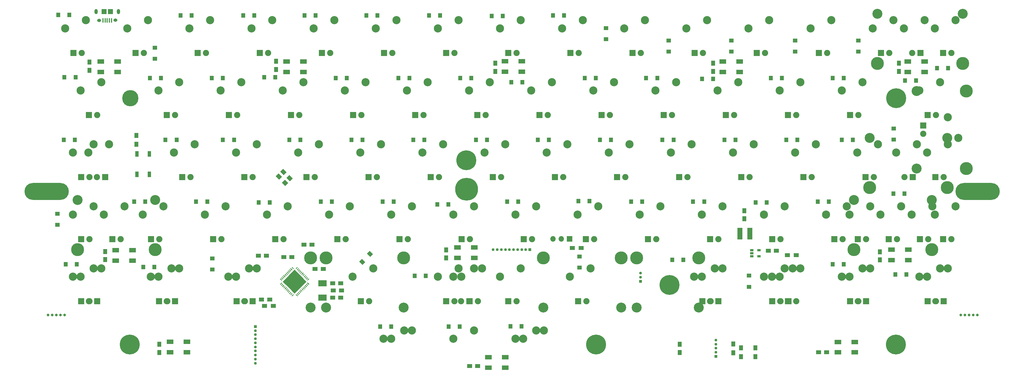
<source format=gbs>
G04 #@! TF.FileFunction,Soldermask,Bot*
%FSLAX46Y46*%
G04 Gerber Fmt 4.6, Leading zero omitted, Abs format (unit mm)*
G04 Created by KiCad (PCBNEW 4.0.7+dfsg1-1) date Sat Oct 21 15:09:21 2017*
%MOMM*%
%LPD*%
G01*
G04 APERTURE LIST*
%ADD10C,0.100000*%
%ADD11R,0.850000X0.850000*%
%ADD12C,0.850000*%
%ADD13C,3.048000*%
%ADD14C,3.980200*%
%ADD15C,2.500000*%
%ADD16R,1.900000X1.900000*%
%ADD17C,1.900000*%
%ADD18R,1.500000X1.250000*%
%ADD19R,1.250000X1.500000*%
%ADD20R,1.200000X1.400000*%
%ADD21R,1.400000X1.200000*%
%ADD22R,1.500000X3.600000*%
%ADD23O,13.600000X5.200000*%
%ADD24C,5.000000*%
%ADD25C,6.100000*%
%ADD26C,7.000000*%
%ADD27R,1.300000X1.500000*%
%ADD28R,1.500000X1.300000*%
%ADD29R,2.051000X1.400000*%
%ADD30R,1.000000X1.700000*%
%ADD31R,1.060000X0.650000*%
%ADD32R,1.700000X1.700000*%
%ADD33O,1.700000X1.700000*%
%ADD34C,0.800000*%
%ADD35R,2.500000X1.900000*%
%ADD36R,1.500000X1.500000*%
%ADD37O,1.000000X1.550000*%
%ADD38O,1.250000X0.950000*%
%ADD39R,0.400000X1.350000*%
G04 APERTURE END LIST*
D10*
D11*
X245613750Y-124056250D03*
D12*
X245613750Y-122806250D03*
X245613750Y-121556250D03*
D10*
G36*
X140300495Y-119648444D02*
X140477272Y-119825221D01*
X139982297Y-120320196D01*
X139805520Y-120143419D01*
X140300495Y-119648444D01*
X140300495Y-119648444D01*
G37*
G36*
X140654048Y-120001997D02*
X140830825Y-120178774D01*
X140335850Y-120673749D01*
X140159073Y-120496972D01*
X140654048Y-120001997D01*
X140654048Y-120001997D01*
G37*
G36*
X141007602Y-120355551D02*
X141184379Y-120532328D01*
X140689404Y-121027303D01*
X140512627Y-120850526D01*
X141007602Y-120355551D01*
X141007602Y-120355551D01*
G37*
G36*
X141361155Y-120709104D02*
X141537932Y-120885881D01*
X141042957Y-121380856D01*
X140866180Y-121204079D01*
X141361155Y-120709104D01*
X141361155Y-120709104D01*
G37*
G36*
X141714709Y-121062658D02*
X141891486Y-121239435D01*
X141396511Y-121734410D01*
X141219734Y-121557633D01*
X141714709Y-121062658D01*
X141714709Y-121062658D01*
G37*
G36*
X142068262Y-121416211D02*
X142245039Y-121592988D01*
X141750064Y-122087963D01*
X141573287Y-121911186D01*
X142068262Y-121416211D01*
X142068262Y-121416211D01*
G37*
G36*
X142421815Y-121769764D02*
X142598592Y-121946541D01*
X142103617Y-122441516D01*
X141926840Y-122264739D01*
X142421815Y-121769764D01*
X142421815Y-121769764D01*
G37*
G36*
X142775369Y-122123318D02*
X142952146Y-122300095D01*
X142457171Y-122795070D01*
X142280394Y-122618293D01*
X142775369Y-122123318D01*
X142775369Y-122123318D01*
G37*
G36*
X143128922Y-122476871D02*
X143305699Y-122653648D01*
X142810724Y-123148623D01*
X142633947Y-122971846D01*
X143128922Y-122476871D01*
X143128922Y-122476871D01*
G37*
G36*
X143482476Y-122830425D02*
X143659253Y-123007202D01*
X143164278Y-123502177D01*
X142987501Y-123325400D01*
X143482476Y-122830425D01*
X143482476Y-122830425D01*
G37*
G36*
X143836029Y-123183978D02*
X144012806Y-123360755D01*
X143517831Y-123855730D01*
X143341054Y-123678953D01*
X143836029Y-123183978D01*
X143836029Y-123183978D01*
G37*
G36*
X144012806Y-124951745D02*
X143836029Y-125128522D01*
X143341054Y-124633547D01*
X143517831Y-124456770D01*
X144012806Y-124951745D01*
X144012806Y-124951745D01*
G37*
G36*
X143659253Y-125305298D02*
X143482476Y-125482075D01*
X142987501Y-124987100D01*
X143164278Y-124810323D01*
X143659253Y-125305298D01*
X143659253Y-125305298D01*
G37*
G36*
X143305699Y-125658852D02*
X143128922Y-125835629D01*
X142633947Y-125340654D01*
X142810724Y-125163877D01*
X143305699Y-125658852D01*
X143305699Y-125658852D01*
G37*
G36*
X142952146Y-126012405D02*
X142775369Y-126189182D01*
X142280394Y-125694207D01*
X142457171Y-125517430D01*
X142952146Y-126012405D01*
X142952146Y-126012405D01*
G37*
G36*
X142598592Y-126365959D02*
X142421815Y-126542736D01*
X141926840Y-126047761D01*
X142103617Y-125870984D01*
X142598592Y-126365959D01*
X142598592Y-126365959D01*
G37*
G36*
X142245039Y-126719512D02*
X142068262Y-126896289D01*
X141573287Y-126401314D01*
X141750064Y-126224537D01*
X142245039Y-126719512D01*
X142245039Y-126719512D01*
G37*
G36*
X141891486Y-127073065D02*
X141714709Y-127249842D01*
X141219734Y-126754867D01*
X141396511Y-126578090D01*
X141891486Y-127073065D01*
X141891486Y-127073065D01*
G37*
G36*
X141537932Y-127426619D02*
X141361155Y-127603396D01*
X140866180Y-127108421D01*
X141042957Y-126931644D01*
X141537932Y-127426619D01*
X141537932Y-127426619D01*
G37*
G36*
X141184379Y-127780172D02*
X141007602Y-127956949D01*
X140512627Y-127461974D01*
X140689404Y-127285197D01*
X141184379Y-127780172D01*
X141184379Y-127780172D01*
G37*
G36*
X140830825Y-128133726D02*
X140654048Y-128310503D01*
X140159073Y-127815528D01*
X140335850Y-127638751D01*
X140830825Y-128133726D01*
X140830825Y-128133726D01*
G37*
G36*
X140477272Y-128487279D02*
X140300495Y-128664056D01*
X139805520Y-128169081D01*
X139982297Y-127992304D01*
X140477272Y-128487279D01*
X140477272Y-128487279D01*
G37*
G36*
X139027703Y-127992304D02*
X139204480Y-128169081D01*
X138709505Y-128664056D01*
X138532728Y-128487279D01*
X139027703Y-127992304D01*
X139027703Y-127992304D01*
G37*
G36*
X138674150Y-127638751D02*
X138850927Y-127815528D01*
X138355952Y-128310503D01*
X138179175Y-128133726D01*
X138674150Y-127638751D01*
X138674150Y-127638751D01*
G37*
G36*
X138320596Y-127285197D02*
X138497373Y-127461974D01*
X138002398Y-127956949D01*
X137825621Y-127780172D01*
X138320596Y-127285197D01*
X138320596Y-127285197D01*
G37*
G36*
X137967043Y-126931644D02*
X138143820Y-127108421D01*
X137648845Y-127603396D01*
X137472068Y-127426619D01*
X137967043Y-126931644D01*
X137967043Y-126931644D01*
G37*
G36*
X137613489Y-126578090D02*
X137790266Y-126754867D01*
X137295291Y-127249842D01*
X137118514Y-127073065D01*
X137613489Y-126578090D01*
X137613489Y-126578090D01*
G37*
G36*
X137259936Y-126224537D02*
X137436713Y-126401314D01*
X136941738Y-126896289D01*
X136764961Y-126719512D01*
X137259936Y-126224537D01*
X137259936Y-126224537D01*
G37*
G36*
X136906383Y-125870984D02*
X137083160Y-126047761D01*
X136588185Y-126542736D01*
X136411408Y-126365959D01*
X136906383Y-125870984D01*
X136906383Y-125870984D01*
G37*
G36*
X136552829Y-125517430D02*
X136729606Y-125694207D01*
X136234631Y-126189182D01*
X136057854Y-126012405D01*
X136552829Y-125517430D01*
X136552829Y-125517430D01*
G37*
G36*
X136199276Y-125163877D02*
X136376053Y-125340654D01*
X135881078Y-125835629D01*
X135704301Y-125658852D01*
X136199276Y-125163877D01*
X136199276Y-125163877D01*
G37*
G36*
X135845722Y-124810323D02*
X136022499Y-124987100D01*
X135527524Y-125482075D01*
X135350747Y-125305298D01*
X135845722Y-124810323D01*
X135845722Y-124810323D01*
G37*
G36*
X135492169Y-124456770D02*
X135668946Y-124633547D01*
X135173971Y-125128522D01*
X134997194Y-124951745D01*
X135492169Y-124456770D01*
X135492169Y-124456770D01*
G37*
G36*
X135668946Y-123678953D02*
X135492169Y-123855730D01*
X134997194Y-123360755D01*
X135173971Y-123183978D01*
X135668946Y-123678953D01*
X135668946Y-123678953D01*
G37*
G36*
X136022499Y-123325400D02*
X135845722Y-123502177D01*
X135350747Y-123007202D01*
X135527524Y-122830425D01*
X136022499Y-123325400D01*
X136022499Y-123325400D01*
G37*
G36*
X136376053Y-122971846D02*
X136199276Y-123148623D01*
X135704301Y-122653648D01*
X135881078Y-122476871D01*
X136376053Y-122971846D01*
X136376053Y-122971846D01*
G37*
G36*
X136729606Y-122618293D02*
X136552829Y-122795070D01*
X136057854Y-122300095D01*
X136234631Y-122123318D01*
X136729606Y-122618293D01*
X136729606Y-122618293D01*
G37*
G36*
X137083160Y-122264739D02*
X136906383Y-122441516D01*
X136411408Y-121946541D01*
X136588185Y-121769764D01*
X137083160Y-122264739D01*
X137083160Y-122264739D01*
G37*
G36*
X137436713Y-121911186D02*
X137259936Y-122087963D01*
X136764961Y-121592988D01*
X136941738Y-121416211D01*
X137436713Y-121911186D01*
X137436713Y-121911186D01*
G37*
G36*
X137790266Y-121557633D02*
X137613489Y-121734410D01*
X137118514Y-121239435D01*
X137295291Y-121062658D01*
X137790266Y-121557633D01*
X137790266Y-121557633D01*
G37*
G36*
X138143820Y-121204079D02*
X137967043Y-121380856D01*
X137472068Y-120885881D01*
X137648845Y-120709104D01*
X138143820Y-121204079D01*
X138143820Y-121204079D01*
G37*
G36*
X138497373Y-120850526D02*
X138320596Y-121027303D01*
X137825621Y-120532328D01*
X138002398Y-120355551D01*
X138497373Y-120850526D01*
X138497373Y-120850526D01*
G37*
G36*
X138850927Y-120496972D02*
X138674150Y-120673749D01*
X138179175Y-120178774D01*
X138355952Y-120001997D01*
X138850927Y-120496972D01*
X138850927Y-120496972D01*
G37*
G36*
X139204480Y-120143419D02*
X139027703Y-120320196D01*
X138532728Y-119825221D01*
X138709505Y-119648444D01*
X139204480Y-120143419D01*
X139204480Y-120143419D01*
G37*
G36*
X139505000Y-125977050D02*
X140415400Y-126887450D01*
X139505000Y-127797850D01*
X138594600Y-126887450D01*
X139505000Y-125977050D01*
X139505000Y-125977050D01*
G37*
G36*
X138594600Y-125066650D02*
X139505000Y-125977050D01*
X138594600Y-126887450D01*
X137684200Y-125977050D01*
X138594600Y-125066650D01*
X138594600Y-125066650D01*
G37*
G36*
X137684200Y-124156250D02*
X138594600Y-125066650D01*
X137684200Y-125977050D01*
X136773800Y-125066650D01*
X137684200Y-124156250D01*
X137684200Y-124156250D01*
G37*
G36*
X136773800Y-123245850D02*
X137684200Y-124156250D01*
X136773800Y-125066650D01*
X135863400Y-124156250D01*
X136773800Y-123245850D01*
X136773800Y-123245850D01*
G37*
G36*
X140415400Y-125066650D02*
X141325800Y-125977050D01*
X140415400Y-126887450D01*
X139505000Y-125977050D01*
X140415400Y-125066650D01*
X140415400Y-125066650D01*
G37*
G36*
X139505000Y-124156250D02*
X140415400Y-125066650D01*
X139505000Y-125977050D01*
X138594600Y-125066650D01*
X139505000Y-124156250D01*
X139505000Y-124156250D01*
G37*
G36*
X138594600Y-123245850D02*
X139505000Y-124156250D01*
X138594600Y-125066650D01*
X137684200Y-124156250D01*
X138594600Y-123245850D01*
X138594600Y-123245850D01*
G37*
G36*
X137684200Y-122335450D02*
X138594600Y-123245850D01*
X137684200Y-124156250D01*
X136773800Y-123245850D01*
X137684200Y-122335450D01*
X137684200Y-122335450D01*
G37*
G36*
X141325800Y-124156250D02*
X142236200Y-125066650D01*
X141325800Y-125977050D01*
X140415400Y-125066650D01*
X141325800Y-124156250D01*
X141325800Y-124156250D01*
G37*
G36*
X140415400Y-123245850D02*
X141325800Y-124156250D01*
X140415400Y-125066650D01*
X139505000Y-124156250D01*
X140415400Y-123245850D01*
X140415400Y-123245850D01*
G37*
G36*
X139505000Y-122335450D02*
X140415400Y-123245850D01*
X139505000Y-124156250D01*
X138594600Y-123245850D01*
X139505000Y-122335450D01*
X139505000Y-122335450D01*
G37*
G36*
X138594600Y-121425050D02*
X139505000Y-122335450D01*
X138594600Y-123245850D01*
X137684200Y-122335450D01*
X138594600Y-121425050D01*
X138594600Y-121425050D01*
G37*
G36*
X142236200Y-123245850D02*
X143146600Y-124156250D01*
X142236200Y-125066650D01*
X141325800Y-124156250D01*
X142236200Y-123245850D01*
X142236200Y-123245850D01*
G37*
G36*
X141325800Y-122335450D02*
X142236200Y-123245850D01*
X141325800Y-124156250D01*
X140415400Y-123245850D01*
X141325800Y-122335450D01*
X141325800Y-122335450D01*
G37*
G36*
X140415400Y-121425050D02*
X141325800Y-122335450D01*
X140415400Y-123245850D01*
X139505000Y-122335450D01*
X140415400Y-121425050D01*
X140415400Y-121425050D01*
G37*
G36*
X139505000Y-120514650D02*
X140415400Y-121425050D01*
X139505000Y-122335450D01*
X138594600Y-121425050D01*
X139505000Y-120514650D01*
X139505000Y-120514650D01*
G37*
D13*
X144367500Y-132166250D03*
D14*
X144367500Y-116926250D03*
D15*
X71527500Y-122641250D03*
X77877500Y-120101250D03*
D16*
X71686250Y-53981250D03*
D17*
X74226250Y-53981250D03*
D16*
X76448750Y-73031250D03*
D17*
X78988750Y-73031250D03*
D16*
X74067500Y-92081250D03*
D17*
X76607500Y-92081250D03*
D16*
X81370000Y-92081250D03*
D17*
X78830000Y-92081250D03*
D16*
X74067500Y-111131250D03*
D17*
X76607500Y-111131250D03*
D16*
X95498750Y-111131250D03*
D17*
X98038750Y-111131250D03*
D16*
X74067500Y-130181250D03*
D17*
X76607500Y-130181250D03*
D16*
X78988750Y-130181250D03*
D17*
X76448750Y-130181250D03*
D16*
X90736250Y-53981250D03*
D17*
X93276250Y-53981250D03*
D16*
X100261250Y-73031250D03*
D17*
X102801250Y-73031250D03*
D16*
X105023750Y-92081250D03*
D17*
X107563750Y-92081250D03*
D16*
X83592500Y-111131250D03*
D17*
X86132500Y-111131250D03*
D16*
X97880000Y-130181250D03*
D17*
X100420000Y-130181250D03*
D16*
X102801250Y-130181250D03*
D17*
X100261250Y-130181250D03*
D16*
X109786250Y-53981250D03*
D17*
X112326250Y-53981250D03*
D16*
X119311250Y-73031250D03*
D17*
X121851250Y-73031250D03*
D16*
X124073750Y-92081250D03*
D17*
X126613750Y-92081250D03*
D16*
X114548750Y-111131250D03*
D17*
X117088750Y-111131250D03*
D16*
X121692500Y-130181250D03*
D17*
X124232500Y-130181250D03*
D16*
X126613750Y-130181250D03*
D17*
X124073750Y-130181250D03*
D16*
X128836250Y-53981250D03*
D17*
X131376250Y-53981250D03*
D16*
X138361250Y-73031250D03*
D17*
X140901250Y-73031250D03*
D16*
X143123750Y-92081250D03*
D17*
X145663750Y-92081250D03*
D16*
X133598750Y-111131250D03*
D17*
X136138750Y-111131250D03*
D16*
X147886250Y-53981250D03*
D17*
X150426250Y-53981250D03*
D16*
X157411250Y-73031250D03*
D17*
X159951250Y-73031250D03*
D16*
X162173750Y-92081250D03*
D17*
X164713750Y-92081250D03*
D16*
X152648750Y-111131250D03*
D17*
X155188750Y-111131250D03*
D16*
X166936250Y-53981250D03*
D17*
X169476250Y-53981250D03*
D16*
X176461250Y-73031250D03*
D17*
X179001250Y-73031250D03*
D16*
X181223750Y-92081250D03*
D17*
X183763750Y-92081250D03*
D16*
X171698750Y-111131250D03*
D17*
X174238750Y-111131250D03*
D16*
X185986250Y-53981250D03*
D17*
X188526250Y-53981250D03*
D16*
X195511250Y-73031250D03*
D17*
X198051250Y-73031250D03*
D16*
X200273750Y-92081250D03*
D17*
X202813750Y-92081250D03*
D16*
X190748750Y-111131250D03*
D17*
X193288750Y-111131250D03*
D16*
X205036250Y-130181250D03*
D17*
X207576250Y-130181250D03*
D16*
X193130000Y-130181250D03*
D17*
X195670000Y-130181250D03*
D16*
X185986250Y-130181250D03*
D17*
X188526250Y-130181250D03*
D16*
X205036250Y-53981250D03*
D17*
X207576250Y-53981250D03*
D16*
X214561250Y-73031250D03*
D17*
X217101250Y-73031250D03*
D16*
X219323750Y-92081250D03*
D17*
X221863750Y-92081250D03*
D16*
X209798750Y-111131250D03*
D17*
X212338750Y-111131250D03*
D16*
X224086250Y-53981250D03*
D17*
X226626250Y-53981250D03*
D16*
X233611250Y-73031250D03*
D17*
X236151250Y-73031250D03*
D16*
X238373750Y-92081250D03*
D17*
X240913750Y-92081250D03*
D16*
X228848750Y-111131250D03*
D17*
X231388750Y-111131250D03*
D16*
X243136250Y-53981250D03*
D17*
X245676250Y-53981250D03*
D16*
X252661250Y-73031250D03*
D17*
X255201250Y-73031250D03*
D16*
X257423750Y-92081250D03*
D17*
X259963750Y-92081250D03*
D16*
X247898750Y-111131250D03*
D17*
X250438750Y-111131250D03*
D16*
X338386250Y-53981250D03*
D17*
X340926250Y-53981250D03*
D16*
X262186250Y-53981250D03*
D17*
X264726250Y-53981250D03*
D16*
X271711250Y-73031250D03*
D17*
X274251250Y-73031250D03*
D16*
X276473750Y-92081250D03*
D17*
X279013750Y-92081250D03*
D16*
X266948750Y-111131250D03*
D17*
X269488750Y-111131250D03*
D16*
X264567500Y-130181250D03*
D17*
X267107500Y-130181250D03*
D16*
X269488750Y-130181250D03*
D17*
X266948750Y-130181250D03*
D16*
X281236250Y-53981250D03*
D17*
X283776250Y-53981250D03*
D16*
X290761250Y-73031250D03*
D17*
X293301250Y-73031250D03*
D16*
X295523750Y-92081250D03*
D17*
X298063750Y-92081250D03*
D16*
X285998750Y-111131250D03*
D17*
X288538750Y-111131250D03*
D16*
X285998750Y-130181250D03*
D17*
X288538750Y-130181250D03*
D16*
X290920000Y-130181250D03*
D17*
X288380000Y-130181250D03*
D16*
X290761250Y-130181250D03*
D17*
X293301250Y-130181250D03*
D16*
X300286250Y-53981250D03*
D17*
X302826250Y-53981250D03*
D16*
X309811250Y-73031250D03*
D17*
X312351250Y-73031250D03*
D16*
X314573750Y-92081250D03*
D17*
X317113750Y-92081250D03*
D16*
X305048750Y-111131250D03*
D17*
X307588750Y-111131250D03*
D16*
X312192500Y-111131250D03*
D17*
X314732500Y-111131250D03*
D16*
X321717500Y-111131250D03*
D17*
X324257500Y-111131250D03*
D16*
X309811250Y-130181250D03*
D17*
X312351250Y-130181250D03*
D16*
X314732500Y-130181250D03*
D17*
X312192500Y-130181250D03*
D16*
X319336250Y-53981250D03*
D17*
X321876250Y-53981250D03*
D16*
X331401250Y-53981250D03*
D17*
X328861250Y-53981250D03*
D16*
X333623750Y-73031250D03*
D17*
X336163750Y-73031250D03*
D16*
X329020000Y-92081250D03*
D17*
X326480000Y-92081250D03*
D16*
X336005000Y-92081250D03*
D17*
X338545000Y-92081250D03*
D16*
X332248750Y-76286250D03*
D17*
X332248750Y-78826250D03*
D16*
X331242500Y-111131250D03*
D17*
X333782500Y-111131250D03*
D16*
X338386250Y-111131250D03*
D17*
X340926250Y-111131250D03*
D16*
X333623750Y-130181250D03*
D17*
X336163750Y-130181250D03*
D16*
X338545000Y-130181250D03*
D17*
X336005000Y-130181250D03*
D18*
X151163750Y-124656250D03*
X153663750Y-124656250D03*
X151163750Y-129056250D03*
X153663750Y-129056250D03*
X138663750Y-116656250D03*
X136163750Y-116656250D03*
X131855000Y-129656250D03*
X129355000Y-129656250D03*
X153863750Y-126856250D03*
X151363750Y-126856250D03*
X145763750Y-120256250D03*
X148263750Y-120256250D03*
X130863750Y-116256250D03*
X128363750Y-116256250D03*
X142363750Y-112856250D03*
X144863750Y-112856250D03*
D19*
X257605000Y-143406250D03*
X257605000Y-145906250D03*
D18*
X287263750Y-114656250D03*
X284763750Y-114656250D03*
D19*
X277413750Y-102406250D03*
X277413750Y-104906250D03*
X186005000Y-116906250D03*
X186005000Y-114406250D03*
X81445000Y-117431250D03*
X81445000Y-114931250D03*
X76605000Y-59306250D03*
X76605000Y-56806250D03*
X133845000Y-59031250D03*
X133845000Y-56531250D03*
X201045000Y-59631250D03*
X201045000Y-57131250D03*
X267845000Y-59631250D03*
X267845000Y-57131250D03*
X324845000Y-59631250D03*
X324845000Y-57131250D03*
X319005000Y-117506250D03*
X319005000Y-115006250D03*
D18*
X302655000Y-145856250D03*
X300155000Y-145856250D03*
X195655000Y-150056250D03*
X193155000Y-150056250D03*
D19*
X98030000Y-145931250D03*
X98030000Y-143431250D03*
D20*
X66993750Y-42337500D03*
X70393750Y-42337500D03*
X68913750Y-61456250D03*
X72313750Y-61456250D03*
X68705000Y-80656250D03*
X72105000Y-80656250D03*
D21*
X66805000Y-106756250D03*
X66805000Y-103356250D03*
D20*
X72705000Y-118856250D03*
X69305000Y-118856250D03*
X180705000Y-42456250D03*
X184105000Y-42456250D03*
D21*
X96613750Y-55756250D03*
X96613750Y-52356250D03*
D20*
X95105000Y-61656250D03*
X98505000Y-61656250D03*
X99905000Y-80656250D03*
X103305000Y-80656250D03*
X90305000Y-99656250D03*
X93705000Y-99656250D03*
X96513750Y-119656250D03*
X93113750Y-119656250D03*
X104505000Y-42456250D03*
X107905000Y-42456250D03*
X114105000Y-61656250D03*
X117505000Y-61656250D03*
X117513750Y-80656250D03*
X120913750Y-80656250D03*
X109305000Y-99656250D03*
X112705000Y-99656250D03*
D21*
X114245000Y-117081250D03*
X114245000Y-120481250D03*
D20*
X123705000Y-42456250D03*
X127105000Y-42456250D03*
X130205000Y-61456250D03*
X133605000Y-61456250D03*
X137905000Y-80656250D03*
X141305000Y-80656250D03*
X128505000Y-99856250D03*
X131905000Y-99856250D03*
X165730000Y-137956250D03*
X169130000Y-137956250D03*
X142505000Y-42456250D03*
X145905000Y-42456250D03*
X152105000Y-61656250D03*
X155505000Y-61656250D03*
X156905000Y-80656250D03*
X160305000Y-80656250D03*
X147505000Y-99656250D03*
X150905000Y-99656250D03*
X186730000Y-137956250D03*
X190130000Y-137956250D03*
X161505000Y-42456250D03*
X164905000Y-42456250D03*
X171305000Y-61656250D03*
X174705000Y-61656250D03*
X175905000Y-80656250D03*
X179305000Y-80656250D03*
X166505000Y-99656250D03*
X169905000Y-99656250D03*
D10*
G36*
X162686543Y-116573407D02*
X161696593Y-115583457D01*
X162545121Y-114734929D01*
X163535071Y-115724879D01*
X162686543Y-116573407D01*
X162686543Y-116573407D01*
G37*
G36*
X160282379Y-118977571D02*
X159292429Y-117987621D01*
X160140957Y-117139093D01*
X161130907Y-118129043D01*
X160282379Y-118977571D01*
X160282379Y-118977571D01*
G37*
D20*
X190305000Y-61656250D03*
X193705000Y-61656250D03*
X195105000Y-80656250D03*
X198505000Y-80656250D03*
X183230000Y-100456250D03*
X186630000Y-100456250D03*
X176345000Y-122381250D03*
X179745000Y-122381250D03*
X199905000Y-42656250D03*
X203305000Y-42656250D03*
X205955000Y-62956250D03*
X209355000Y-62956250D03*
X214105000Y-80656250D03*
X217505000Y-80656250D03*
X204705000Y-99656250D03*
X208105000Y-99656250D03*
X218705000Y-42456250D03*
X222105000Y-42456250D03*
X228505000Y-61656250D03*
X231905000Y-61656250D03*
X233105000Y-80656250D03*
X236505000Y-80656250D03*
X229913750Y-99456250D03*
X226513750Y-99456250D03*
D21*
X235005000Y-49756250D03*
X235005000Y-46356250D03*
D20*
X247305000Y-61656250D03*
X250705000Y-61656250D03*
X252305000Y-80656250D03*
X255705000Y-80656250D03*
X242705000Y-99656250D03*
X246105000Y-99656250D03*
X336505000Y-58656250D03*
X339905000Y-58656250D03*
D21*
X254205000Y-53556250D03*
X254205000Y-50156250D03*
D20*
X264455000Y-61956250D03*
X267855000Y-61956250D03*
X271305000Y-80656250D03*
X274705000Y-80656250D03*
X261705000Y-99656250D03*
X265105000Y-99656250D03*
X255305000Y-117456250D03*
X258705000Y-117456250D03*
D21*
X273405000Y-53556250D03*
X273405000Y-50156250D03*
D20*
X285505000Y-61656250D03*
X288905000Y-61656250D03*
X290305000Y-80656250D03*
X293705000Y-80656250D03*
X280905000Y-99856250D03*
X284305000Y-99856250D03*
D21*
X278813750Y-125756250D03*
X278813750Y-122356250D03*
D20*
X304505000Y-61656250D03*
X307905000Y-61656250D03*
X307313750Y-80656250D03*
X310713750Y-80656250D03*
X299905000Y-99656250D03*
X303305000Y-99656250D03*
X304505000Y-118856250D03*
X307905000Y-118856250D03*
D21*
X312413750Y-53556250D03*
X312413750Y-50156250D03*
D20*
X326705000Y-62456250D03*
X330105000Y-62456250D03*
D21*
X323213750Y-77156250D03*
X323213750Y-80556250D03*
D20*
X323145000Y-97181250D03*
X326545000Y-97181250D03*
X323705000Y-121956250D03*
X327105000Y-121956250D03*
D15*
X69138750Y-46441250D03*
X75488750Y-43901250D03*
X309652500Y-122641250D03*
X316002500Y-120101250D03*
X73908750Y-65491250D03*
X80258750Y-62951250D03*
X76263750Y-84541250D03*
X82613750Y-82001250D03*
X71501250Y-84541250D03*
X77851250Y-82001250D03*
X73908750Y-122641250D03*
X80258750Y-120101250D03*
X88196250Y-46441250D03*
X94546250Y-43901250D03*
X97721250Y-65491250D03*
X104071250Y-62951250D03*
X102483750Y-84541250D03*
X108833750Y-82001250D03*
X92958750Y-103591250D03*
X99308750Y-101051250D03*
X95340000Y-122641250D03*
X101690000Y-120101250D03*
X97721250Y-122641250D03*
X104071250Y-120101250D03*
X107246250Y-46441250D03*
X113596250Y-43901250D03*
X116771250Y-65491250D03*
X123121250Y-62951250D03*
X121533750Y-84541250D03*
X127883750Y-82001250D03*
X112008750Y-103591250D03*
X118358750Y-101051250D03*
X119152500Y-122641250D03*
X125502500Y-120101250D03*
X121533750Y-122641250D03*
X127883750Y-120101250D03*
X126296250Y-46441250D03*
X132646250Y-43901250D03*
X135821250Y-65491250D03*
X142171250Y-62951250D03*
X140583750Y-84541250D03*
X146933750Y-82001250D03*
X131058750Y-103591250D03*
X137408750Y-101051250D03*
X169158750Y-141691250D03*
X175508750Y-139151250D03*
X166777500Y-141691250D03*
X173127500Y-139151250D03*
X145346250Y-46441250D03*
X151696250Y-43901250D03*
X154871250Y-65491250D03*
X161221250Y-62951250D03*
X159633750Y-84541250D03*
X165983750Y-82001250D03*
X150108750Y-103591250D03*
X156458750Y-101051250D03*
X188208750Y-141691250D03*
X194558750Y-139151250D03*
X164396250Y-46441250D03*
X170746250Y-43901250D03*
X173921250Y-65491250D03*
X180271250Y-62951250D03*
X178683750Y-84541250D03*
X185033750Y-82001250D03*
X169158750Y-103591250D03*
X175508750Y-101051250D03*
X183446250Y-46441250D03*
X189796250Y-43901250D03*
X192971250Y-65491250D03*
X199321250Y-62951250D03*
X197733750Y-84541250D03*
X204083750Y-82001250D03*
X188208750Y-103591250D03*
X194558750Y-101051250D03*
X202496250Y-46441250D03*
X208846250Y-43901250D03*
X212021250Y-65491250D03*
X218371250Y-62951250D03*
X216783750Y-84541250D03*
X223133750Y-82001250D03*
X207258750Y-103591250D03*
X213608750Y-101051250D03*
X221546250Y-46441250D03*
X227896250Y-43901250D03*
X231071250Y-65491250D03*
X237421250Y-62951250D03*
X235833750Y-84541250D03*
X242183750Y-82001250D03*
X226308750Y-103591250D03*
X232658750Y-101051250D03*
X240596250Y-46441250D03*
X246946250Y-43901250D03*
X250121250Y-65491250D03*
X256471250Y-62951250D03*
X254883750Y-84541250D03*
X261233750Y-82001250D03*
X245358750Y-103591250D03*
X251708750Y-101051250D03*
X335846250Y-46441250D03*
X342196250Y-43901250D03*
X259646250Y-46441250D03*
X265996250Y-43901250D03*
X269171250Y-65491250D03*
X275521250Y-62951250D03*
X273933750Y-84541250D03*
X280283750Y-82001250D03*
X264408750Y-103591250D03*
X270758750Y-101051250D03*
X262027500Y-122641250D03*
X268377500Y-120101250D03*
X264408750Y-122641250D03*
X270758750Y-120101250D03*
X278696250Y-46441250D03*
X285046250Y-43901250D03*
X288221250Y-65491250D03*
X294571250Y-62951250D03*
X292983750Y-84541250D03*
X299333750Y-82001250D03*
X283458750Y-103591250D03*
X289808750Y-101051250D03*
X288221250Y-122641250D03*
X294571250Y-120101250D03*
X285840000Y-122641250D03*
X292190000Y-120101250D03*
X283458750Y-122641250D03*
X289808750Y-120101250D03*
X297746250Y-46441250D03*
X304096250Y-43901250D03*
X307271250Y-65491250D03*
X313621250Y-62951250D03*
X312033750Y-84541250D03*
X318383750Y-82001250D03*
X302508750Y-103591250D03*
X308858750Y-101051250D03*
X307271250Y-122641250D03*
X313621250Y-120101250D03*
X316770000Y-46441250D03*
X323120000Y-43901250D03*
X331083750Y-65491250D03*
X337433750Y-62951250D03*
X333465000Y-84541250D03*
X339815000Y-82001250D03*
X339788750Y-73746250D03*
X343058750Y-80096250D03*
X335846250Y-103591250D03*
X342196250Y-101051250D03*
X328702500Y-103591250D03*
X335052500Y-101051250D03*
X333465000Y-122641250D03*
X339815000Y-120101250D03*
X331083750Y-122641250D03*
X337433750Y-120101250D03*
D21*
X293013750Y-53556250D03*
X293013750Y-50156250D03*
D22*
X279138750Y-109456250D03*
X276088750Y-109456250D03*
D23*
X63431250Y-96456250D03*
D24*
X89131250Y-67856250D03*
D25*
X192131250Y-86956250D03*
X254431250Y-125156250D03*
X323981250Y-67856250D03*
D23*
X348931250Y-96456250D03*
D26*
X192213750Y-95856250D03*
D25*
X88931250Y-143456250D03*
X231931250Y-143456250D03*
X323931250Y-143456250D03*
D11*
X211645000Y-114381250D03*
D12*
X210395000Y-114381250D03*
X209145000Y-114381250D03*
X207895000Y-114381250D03*
X206645000Y-114381250D03*
X205395000Y-114381250D03*
X204145000Y-114381250D03*
X202895000Y-114381250D03*
X201645000Y-114381250D03*
X200395000Y-114381250D03*
D11*
X127431250Y-137956250D03*
D12*
X127431250Y-139206250D03*
X127431250Y-140456250D03*
X127431250Y-141706250D03*
X127431250Y-142956250D03*
X127431250Y-144206250D03*
X127431250Y-145456250D03*
X127431250Y-146706250D03*
X127431250Y-147956250D03*
X127431250Y-149206250D03*
D11*
X268718750Y-147112500D03*
D12*
X268718750Y-145862500D03*
X268718750Y-144612500D03*
X268718750Y-143362500D03*
X268718750Y-142112500D03*
D27*
X91005000Y-79306250D03*
X91005000Y-82006250D03*
D28*
X130255000Y-131656250D03*
X132955000Y-131656250D03*
D10*
G36*
X137558293Y-93881555D02*
X136639055Y-94800793D01*
X135578395Y-93740133D01*
X136497633Y-92820895D01*
X137558293Y-93881555D01*
X137558293Y-93881555D01*
G37*
G36*
X135649105Y-91972367D02*
X134729867Y-92891605D01*
X133669207Y-91830945D01*
X134588445Y-90911707D01*
X135649105Y-91972367D01*
X135649105Y-91972367D01*
G37*
G36*
X138949543Y-92481555D02*
X138030305Y-93400793D01*
X136969645Y-92340133D01*
X137888883Y-91420895D01*
X138949543Y-92481555D01*
X138949543Y-92481555D01*
G37*
G36*
X137040355Y-90572367D02*
X136121117Y-91491605D01*
X135060457Y-90430945D01*
X135979695Y-89511707D01*
X137040355Y-90572367D01*
X137040355Y-90572367D01*
G37*
D28*
X293363750Y-116056250D03*
X290663750Y-116056250D03*
X224655000Y-113856250D03*
X227355000Y-113856250D03*
D27*
X280805000Y-147206250D03*
X280805000Y-144506250D03*
X276405000Y-147206250D03*
X276405000Y-144506250D03*
X274005000Y-143306250D03*
X274005000Y-146006250D03*
D29*
X189428000Y-116856250D03*
X194582000Y-116856250D03*
X194582000Y-113656250D03*
X189428000Y-113656250D03*
X84666750Y-117731250D03*
X89820750Y-117731250D03*
X89820750Y-114531250D03*
X84666750Y-114531250D03*
X80078000Y-59806250D03*
X85232000Y-59806250D03*
X85232000Y-56606250D03*
X80078000Y-56606250D03*
X137078000Y-59806250D03*
X142232000Y-59806250D03*
X142232000Y-56606250D03*
X137078000Y-56606250D03*
X203978000Y-59756250D03*
X209132000Y-59756250D03*
X209132000Y-56556250D03*
X203978000Y-56556250D03*
X270828000Y-59806250D03*
X275982000Y-59806250D03*
X275982000Y-56606250D03*
X270828000Y-56606250D03*
X327578000Y-59806250D03*
X332732000Y-59806250D03*
X332732000Y-56606250D03*
X327578000Y-56606250D03*
X322578000Y-117556250D03*
X327732000Y-117556250D03*
X327732000Y-114356250D03*
X322578000Y-114356250D03*
X306153000Y-145881250D03*
X311307000Y-145881250D03*
X311307000Y-142681250D03*
X306153000Y-142681250D03*
X198966750Y-150593750D03*
X204120750Y-150593750D03*
X204120750Y-147393750D03*
X198966750Y-147393750D03*
X101328000Y-145856250D03*
X106482000Y-145856250D03*
X106482000Y-142656250D03*
X101328000Y-142656250D03*
D30*
X94956250Y-91281250D03*
X94956250Y-84981250D03*
X91156250Y-91281250D03*
X91156250Y-84981250D03*
D31*
X279713750Y-116406250D03*
X279713750Y-115456250D03*
X279713750Y-114506250D03*
X281913750Y-114506250D03*
X281913750Y-116406250D03*
D15*
X309652500Y-103591250D03*
X316002500Y-101051250D03*
D32*
X223805000Y-111056250D03*
D33*
X221265000Y-111056250D03*
X218725000Y-111056250D03*
D15*
X326321250Y-46441250D03*
X332671250Y-43901250D03*
X323940000Y-84541250D03*
X330290000Y-82001250D03*
X319177500Y-103591250D03*
X325527500Y-101051250D03*
X183446250Y-122641250D03*
X189796250Y-120101250D03*
X190590000Y-122641250D03*
X196940000Y-120101250D03*
X202496250Y-122641250D03*
X208846250Y-120101250D03*
X81026250Y-103591250D03*
X87376250Y-101051250D03*
X71501250Y-103591250D03*
X77851250Y-101051250D03*
D13*
X318198750Y-41996250D03*
D14*
X318198750Y-57236250D03*
D13*
X344392500Y-41996250D03*
D14*
X344392500Y-57236250D03*
D13*
X315817500Y-80096250D03*
D14*
X315817500Y-95336250D03*
D13*
X339630000Y-80096250D03*
D14*
X339630000Y-95336250D03*
D13*
X330263750Y-65650000D03*
D14*
X345503750Y-65650000D03*
D13*
X330263750Y-89462500D03*
D14*
X345503750Y-89462500D03*
D13*
X72930000Y-99146250D03*
D14*
X72930000Y-114386250D03*
D13*
X96742500Y-99146250D03*
D14*
X96742500Y-114386250D03*
D13*
X311055000Y-99146250D03*
D14*
X311055000Y-114386250D03*
D13*
X334867500Y-99146250D03*
D14*
X334867500Y-114386250D03*
D13*
X244380000Y-132166250D03*
D14*
X244380000Y-116926250D03*
D13*
X149130000Y-132166250D03*
D14*
X149130000Y-116926250D03*
D13*
X263430000Y-132166250D03*
D14*
X263430000Y-116926250D03*
D34*
X68985000Y-134456250D03*
X67715000Y-134456250D03*
X63905000Y-134456250D03*
X65175000Y-134456250D03*
X66445000Y-134456250D03*
X343825000Y-134456250D03*
X345095000Y-134456250D03*
X348905000Y-134456250D03*
X347635000Y-134456250D03*
X346365000Y-134456250D03*
D21*
X226845000Y-116481250D03*
X226845000Y-119881250D03*
D20*
X205705000Y-137856250D03*
X209105000Y-137856250D03*
D15*
X207232500Y-141691250D03*
X213582500Y-139151250D03*
X209613750Y-141691250D03*
X215963750Y-139151250D03*
D13*
X215813750Y-132166250D03*
D14*
X215813750Y-116926250D03*
D13*
X172951250Y-132166250D03*
D14*
X172951250Y-116926250D03*
D15*
X188191250Y-122641250D03*
X194541250Y-120101250D03*
D16*
X159775000Y-130181250D03*
D17*
X162315000Y-130181250D03*
D16*
X226450000Y-130181250D03*
D17*
X228990000Y-130181250D03*
D35*
X148013750Y-124656250D03*
X148013750Y-129056250D03*
D15*
X157235000Y-122641250D03*
X163585000Y-120101250D03*
X223910000Y-122641250D03*
X230260000Y-120101250D03*
D16*
X193115000Y-130181250D03*
D17*
X190575000Y-130181250D03*
D13*
X239626250Y-132166250D03*
D14*
X239626250Y-116926250D03*
D36*
X83045000Y-41281250D03*
D37*
X85495000Y-41281250D03*
D38*
X84545000Y-43931250D03*
D39*
X82045000Y-43981250D03*
X82695000Y-43981250D03*
X83345000Y-43981250D03*
X81395000Y-43981250D03*
X80745000Y-43981250D03*
D38*
X79545000Y-43981250D03*
D37*
X78595000Y-41281250D03*
D36*
X81045000Y-41281250D03*
M02*

</source>
